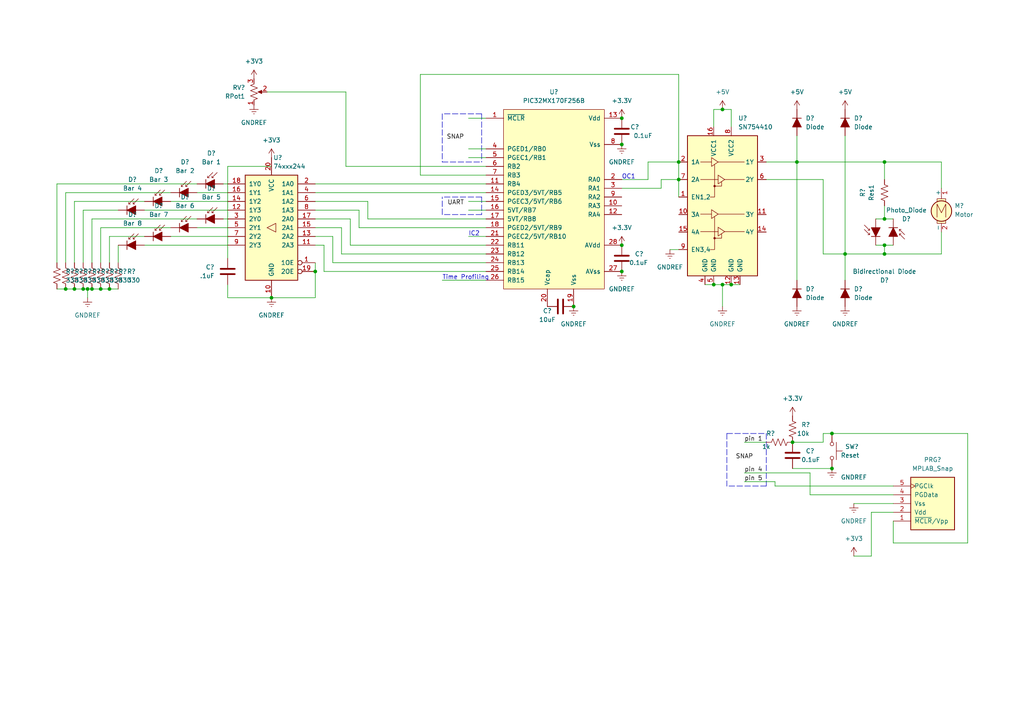
<source format=kicad_sch>
(kicad_sch (version 20211123) (generator eeschema)
  (paper "A4")
  (lib_symbols
    (symbol "218 spdl:Cap" (pin_numbers hide) (pin_names (offset 0.254))
      (property "Reference" "C" (at 0.635 2.54 0))
      (property "Value" "Cap" (at 0.635 -2.54 0))
      (symbol "Cap_0_1"
        (polyline (pts (xy -2.032 -0.762) (xy 2.032 -0.762)) (stroke (width 0.508)))
        (polyline (pts (xy -2.032 0.762) (xy 2.032 0.762)) (stroke (width 0.508)))
      )
      (symbol "Cap_1_1"
        (pin passive line (at 0 3.81 270) (length 2.794) (name "~") (number "1"))
        (pin passive line (at 0 -3.81 90) (length 2.794) (name "~") (number "2"))
      )
    )
    (symbol "218:74xxx244" (pin_names (offset 1.016))
      (property "Reference" "U" (at -7.62 16.51 0))
      (property "Value" "74xxx244" (at -7.62 -16.51 0))
      (symbol "74xxx244_1_0"
        (polyline (pts (xy 1.27 0) (xy -1.27 1.27) (xy -1.27 -1.27) (xy 1.27 0)) (stroke (width 0.1524)))
        (pin input inverted (at -12.7 -10.16 0) (length 5.08) (name "1OE") (number "1"))
        (pin power_in line (at 0 -20.32 90) (length 5.08) (name "GND") (number "10"))
        (pin input line (at -12.7 -5.08 0) (length 5.08) (name "2A3") (number "11"))
        (pin output line (at 12.7 5.08 180) (length 5.08) (name "1Y3") (number "12"))
        (pin input line (at -12.7 -2.54 0) (length 5.08) (name "2A2") (number "13"))
        (pin output line (at 12.7 7.62 180) (length 5.08) (name "1Y2") (number "14"))
        (pin input line (at -12.7 0 0) (length 5.08) (name "2A1") (number "15"))
        (pin output line (at 12.7 10.16 180) (length 5.08) (name "1Y1") (number "16"))
        (pin input line (at -12.7 2.54 0) (length 5.08) (name "2A0") (number "17"))
        (pin output line (at 12.7 12.7 180) (length 5.08) (name "1Y0") (number "18"))
        (pin input inverted (at -12.7 -12.7 0) (length 5.08) (name "2OE") (number "19"))
        (pin input line (at -12.7 12.7 0) (length 5.08) (name "1A0") (number "2"))
        (pin power_in line (at 0 20.32 270) (length 5.08) (name "VCC") (number "20"))
        (pin output line (at 12.7 2.54 180) (length 5.08) (name "2Y0") (number "3"))
        (pin input line (at -12.7 10.16 0) (length 5.08) (name "1A1") (number "4"))
        (pin output line (at 12.7 0 180) (length 5.08) (name "2Y1") (number "5"))
        (pin input line (at -12.7 7.62 0) (length 5.08) (name "1A2") (number "6"))
        (pin output line (at 12.7 -2.54 180) (length 5.08) (name "2Y2") (number "7"))
        (pin input line (at -12.7 5.08 0) (length 5.08) (name "1A3") (number "8"))
        (pin output line (at 12.7 -5.08 180) (length 5.08) (name "2Y3") (number "9"))
      )
      (symbol "74xxx244_1_1"
        (rectangle (start -7.62 15.24) (end 7.62 -15.24) (stroke (width 0.254)) (fill (type background)))
      )
    )
    (symbol "218:Diode" (pin_numbers hide) (pin_names (offset 1.016) hide)
      (property "Reference" "D" (at 0 2.54 0))
      (property "Value" "Diode" (at 0 -2.54 0))
      (symbol "Diode_0_1"
        (polyline (pts (xy -1.27 1.27) (xy -1.27 -1.27)) (stroke (width 0.2032)))
        (polyline (pts (xy 1.27 0) (xy -1.27 0)))
        (polyline (pts (xy 1.27 1.27) (xy 1.27 -1.27) (xy -1.27 0) (xy 1.27 1.27)) (stroke (width 0.2032)) (fill (type outline)))
      )
      (symbol "Diode_1_1"
        (pin passive line (at -3.81 0 0) (length 2.54) (name "K") (number "1"))
        (pin passive line (at 3.81 0 180) (length 2.54) (name "A") (number "2"))
      )
    )
    (symbol "218:Motor" (pin_names (offset 0))
      (property "Reference" "M" (at 2.54 2.54 0))
      (property "Value" "Motor" (at 2.54 -5.08 0))
      (symbol "Motor_0_0"
        (circle (center 0 -1.524) (radius 2.9718) (stroke (width 0.254)) (fill (type background)))
        (polyline (pts (xy -1.27 -4.318) (xy -1.27 -5.08) (xy 1.27 -5.08) (xy 1.27 -4.318)) (fill (type background)))
        (polyline (pts (xy -1.27 1.27) (xy -1.27 2.032) (xy 1.27 2.032) (xy 1.27 1.27)) (fill (type background)))
        (polyline (pts (xy -1.27 -3.302) (xy -1.27 0.508) (xy 0 -2.032) (xy 1.27 0.508) (xy 1.27 -3.302)))
      )
      (symbol "Motor_0_1"
        (polyline (pts (xy 0 2.032) (xy 0 2.54)))
      )
      (symbol "Motor_1_1"
        (pin passive line (at 0 5.08 270) (length 2.54) (name "+") (number "1"))
        (pin passive line (at 0 -7.62 90) (length 2.54) (name "-") (number "2"))
      )
    )
    (symbol "218:Res1" (pin_numbers hide) (pin_names (offset 0))
      (property "Reference" "R" (at 2.54 0 90))
      (property "Value" "Res1" (at -2.54 0 90))
      (symbol "Res1_0_1"
        (polyline (pts (xy 0 -2.286) (xy 0 -2.54)))
        (polyline (pts (xy 0 2.286) (xy 0 2.54)))
        (polyline (pts (xy 0 -0.762) (xy 1.016 -1.143) (xy 0 -1.524) (xy -1.016 -1.905) (xy 0 -2.286)))
        (polyline (pts (xy 0 0.762) (xy 1.016 0.381) (xy 0 0) (xy -1.016 -0.381) (xy 0 -0.762)))
        (polyline (pts (xy 0 2.286) (xy 1.016 1.905) (xy 0 1.524) (xy -1.016 1.143) (xy 0 0.762)))
      )
      (symbol "Res1_1_1"
        (pin passive line (at 0 3.81 270) (length 1.27) (name "~") (number "1"))
        (pin passive line (at 0 -3.81 90) (length 1.27) (name "~") (number "2"))
      )
    )
    (symbol "ME218_BaseLib:Cap" (pin_numbers hide) (pin_names (offset 0.254))
      (property "Reference" "C" (at 0.635 2.54 0))
      (property "Value" "Cap" (at 0.635 -2.54 0))
      (symbol "Cap_0_1"
        (polyline (pts (xy -2.032 -0.762) (xy 2.032 -0.762)) (stroke (width 0.508)))
        (polyline (pts (xy -2.032 0.762) (xy 2.032 0.762)) (stroke (width 0.508)))
      )
      (symbol "Cap_1_1"
        (pin passive line (at 0 3.81 270) (length 2.794) (name "~") (number "1"))
        (pin passive line (at 0 -3.81 90) (length 2.794) (name "~") (number "2"))
      )
    )
    (symbol "ME218_BaseLib:L293NE" (pin_names (offset 1.016))
      (property "Reference" "U" (at -5.08 26.035 0))
      (property "Value" "L293NE" (at -5.08 24.13 0))
      (symbol "L293NE_0_1"
        (rectangle (start -10.16 22.86) (end 10.16 -17.78) (stroke (width 0.254)) (fill (type background)))
        (circle (center -2.286 -6.858) (radius 0.254) (fill (type outline)))
        (circle (center -2.286 8.255) (radius 0.254) (fill (type outline)))
        (polyline (pts (xy -6.35 -4.953) (xy -1.27 -4.953)))
        (polyline (pts (xy -6.35 0.127) (xy -3.175 0.127)))
        (polyline (pts (xy -6.35 10.16) (xy -1.27 10.16)))
        (polyline (pts (xy -6.35 15.24) (xy -3.175 15.24)))
        (polyline (pts (xy -1.27 0.127) (xy 6.35 0.127)))
        (polyline (pts (xy -1.27 15.24) (xy 6.35 15.24)))
        (polyline (pts (xy 0.635 -4.953) (xy 6.35 -4.953)))
        (polyline (pts (xy 0.635 10.16) (xy 6.35 10.16)))
        (polyline (pts (xy -2.286 -6.858) (xy -0.254 -6.858) (xy -0.254 -5.588)))
        (polyline (pts (xy -2.286 -0.635) (xy -2.286 -10.16) (xy -3.556 -10.16)))
        (polyline (pts (xy -2.286 8.255) (xy -0.254 8.255) (xy -0.254 9.525)))
        (polyline (pts (xy -2.286 14.478) (xy -2.286 5.08) (xy -3.556 5.08)))
        (polyline (pts (xy -3.175 1.397) (xy -3.175 -1.143) (xy -1.27 0.127) (xy -3.175 1.397)))
        (polyline (pts (xy -3.175 16.51) (xy -3.175 13.97) (xy -1.27 15.24) (xy -3.175 16.51)))
        (polyline (pts (xy -1.27 -3.683) (xy -1.27 -6.223) (xy 0.635 -4.953) (xy -1.27 -3.683)))
        (polyline (pts (xy -1.27 11.43) (xy -1.27 8.89) (xy 0.635 10.16) (xy -1.27 11.43)))
      )
      (symbol "L293NE_1_1"
        (pin input line (at -12.7 5.08 0) (length 2.54) (name "EN1,2") (number "1"))
        (pin input line (at -12.7 0 0) (length 2.54) (name "3A") (number "10"))
        (pin output line (at 12.7 0 180) (length 2.54) (name "3Y") (number "11"))
        (pin power_in line (at 2.54 -20.32 90) (length 2.54) (name "GND") (number "12"))
        (pin power_in line (at 5.08 -20.32 90) (length 2.54) (name "GND") (number "13"))
        (pin output line (at 12.7 -5.08 180) (length 2.54) (name "4Y") (number "14"))
        (pin input line (at -12.7 -5.08 0) (length 2.54) (name "4A") (number "15"))
        (pin power_in line (at -2.54 25.4 270) (length 2.54) (name "VCC1") (number "16"))
        (pin input line (at -12.7 15.24 0) (length 2.54) (name "1A") (number "2"))
        (pin output line (at 12.7 15.24 180) (length 2.54) (name "1Y") (number "3"))
        (pin power_in line (at -5.08 -20.32 90) (length 2.54) (name "GND") (number "4"))
        (pin power_in line (at -2.54 -20.32 90) (length 2.54) (name "GND") (number "5"))
        (pin output line (at 12.7 10.16 180) (length 2.54) (name "2Y") (number "6"))
        (pin input line (at -12.7 10.16 0) (length 2.54) (name "2A") (number "7"))
        (pin power_in line (at 2.54 25.4 270) (length 2.54) (name "VCC2") (number "8"))
        (pin input line (at -12.7 -10.16 0) (length 2.54) (name "EN3,4") (number "9"))
      )
    )
    (symbol "ME218_BaseLib:MPLAB_Snap" (pin_names (offset 1.016))
      (property "Reference" "PRG" (at 0 8.89 0))
      (property "Value" "MPLAB_Snap" (at 8.89 1.27 90))
      (symbol "MPLAB_Snap_0_1"
        (rectangle (start -6.35 7.62) (end 6.35 -7.62) (stroke (width 0.254)) (fill (type background)))
      )
      (symbol "MPLAB_Snap_1_1"
        (pin output line (at -11.43 5.08 0) (length 5.08) (name "~{MCLR}/Vpp") (number "1"))
        (pin input line (at -11.43 2.54 0) (length 5.08) (name "Vdd") (number "2"))
        (pin input line (at -11.43 0 0) (length 5.08) (name "Vss") (number "3"))
        (pin bidirectional line (at -11.43 -2.54 0) (length 5.08) (name "PGData") (number "4"))
        (pin output clock (at -11.43 -5.08 0) (length 5.08) (name "PGClk") (number "5"))
        (pin no_connect line (at -2.54 -11.43 0) (length 5.08) hide (name "NC") (number "6"))
        (pin no_connect line (at -2.54 -13.97 0) (length 5.08) hide (name "NC") (number "7"))
        (pin no_connect line (at -2.54 -16.51 0) (length 5.08) hide (name "NC") (number "8"))
      )
    )
    (symbol "ME218_BaseLib:PIC32MX170F256B" (pin_names (offset 1.016))
      (property "Reference" "U" (at -20.32 25.4 0))
      (property "Value" "PIC32MX170F256B" (at -7.62 25.4 0))
      (symbol "PIC32MX170F256B_0_1"
        (rectangle (start -21.59 24.13) (end 7.62 -27.94) (fill (type background)))
      )
      (symbol "PIC32MX170F256B_1_1"
        (pin input line (at 12.7 21.59 180) (length 5.08) (name "~{MCLR}") (number "1"))
        (pin bidirectional line (at -26.67 -3.81 0) (length 5.08) (name "RA3") (number "10"))
        (pin bidirectional line (at 12.7 2.54 180) (length 5.08) (name "RB4") (number "11"))
        (pin bidirectional line (at -26.67 -6.35 0) (length 5.08) (name "RA4") (number "12"))
        (pin power_in line (at -26.67 21.59 0) (length 5.08) (name "Vdd") (number "13"))
        (pin bidirectional line (at 12.7 0 180) (length 5.08) (name "PGED3/5VT/RB5") (number "14"))
        (pin bidirectional line (at 12.7 -2.54 180) (length 5.08) (name "PGEC3/5VT/RB6") (number "15"))
        (pin bidirectional line (at 12.7 -5.08 180) (length 5.08) (name "5VT/RB7") (number "16"))
        (pin bidirectional line (at 12.7 -7.62 180) (length 5.08) (name "5VT/RB8") (number "17"))
        (pin bidirectional line (at 12.7 -10.16 180) (length 5.08) (name "PGED2/5VT/RB9") (number "18"))
        (pin power_in line (at -12.7 -33.02 90) (length 5.08) (name "Vss") (number "19"))
        (pin bidirectional line (at -26.67 3.81 0) (length 5.08) (name "RA0") (number "2"))
        (pin input line (at -5.08 -33.02 90) (length 5.08) (name "Vcap") (number "20"))
        (pin bidirectional line (at 12.7 -12.7 180) (length 5.08) (name "PGEC2/5VT/RB10") (number "21"))
        (pin bidirectional line (at 12.7 -15.24 180) (length 5.08) (name "RB11") (number "22"))
        (pin bidirectional line (at 12.7 -17.78 180) (length 5.08) (name "RB12") (number "23"))
        (pin bidirectional line (at 12.7 -20.32 180) (length 5.08) (name "RB13") (number "24"))
        (pin bidirectional line (at 12.7 -22.86 180) (length 5.08) (name "RB14") (number "25"))
        (pin bidirectional line (at 12.7 -25.4 180) (length 5.08) (name "RB15") (number "26"))
        (pin power_in line (at -26.67 -22.86 0) (length 5.08) (name "AVss") (number "27"))
        (pin power_in line (at -26.67 -15.24 0) (length 5.08) (name "AVdd") (number "28"))
        (pin bidirectional line (at -26.67 1.27 0) (length 5.08) (name "RA1") (number "3"))
        (pin bidirectional line (at 12.7 12.7 180) (length 5.08) (name "PGED1/RB0") (number "4"))
        (pin bidirectional line (at 12.7 10.16 180) (length 5.08) (name "PGEC1/RB1") (number "5"))
        (pin bidirectional line (at 12.7 7.62 180) (length 5.08) (name "RB2") (number "6"))
        (pin bidirectional line (at 12.7 5.08 180) (length 5.08) (name "RB3") (number "7"))
        (pin power_in line (at -26.67 13.97 0) (length 5.08) (name "Vss") (number "8"))
        (pin bidirectional line (at -26.67 -1.27 0) (length 5.08) (name "RA2") (number "9"))
      )
    )
    (symbol "ME218_BaseLib:Photo_Diode" (pin_numbers hide) (pin_names hide)
      (property "Reference" "D" (at 0.508 1.778 0))
      (property "Value" "Photo_Diode" (at -1.016 -2.794 0))
      (symbol "Photo_Diode_0_1"
        (polyline (pts (xy -2.54 1.27) (xy -2.54 -1.27)) (stroke (width 0.2032)))
        (polyline (pts (xy -2.032 1.778) (xy -1.524 1.778)))
        (polyline (pts (xy 0 0) (xy -2.54 0)))
        (polyline (pts (xy -0.508 3.302) (xy -2.032 1.778) (xy -2.032 2.286)))
        (polyline (pts (xy 0 -1.27) (xy 0 1.27) (xy -2.54 0) (xy 0 -1.27)) (stroke (width 0.2032)) (fill (type outline)))
        (polyline (pts (xy 0.762 3.302) (xy -0.762 1.778) (xy -0.762 2.286) (xy -0.762 1.778) (xy -0.254 1.778)))
      )
      (symbol "Photo_Diode_1_1"
        (pin passive line (at -5.08 0 0) (length 2.54) (name "K") (number "1"))
        (pin passive line (at 2.54 0 180) (length 2.54) (name "A") (number "2"))
      )
    )
    (symbol "ME218_BaseLib:RPot1" (pin_names (offset 1.016) hide)
      (property "Reference" "RV" (at -4.445 0 90))
      (property "Value" "RPot1" (at -2.54 0 90))
      (symbol "RPot1_0_1"
        (polyline (pts (xy 0 -2.286) (xy 0 -2.54)))
        (polyline (pts (xy 0 2.54) (xy 0 2.286)))
        (polyline (pts (xy 2.54 0) (xy 1.524 0)))
        (polyline (pts (xy 1.143 0) (xy 2.286 0.508) (xy 2.286 -0.508) (xy 1.143 0)) (fill (type outline)))
        (polyline (pts (xy 0 -0.762) (xy 1.016 -1.143) (xy 0 -1.524) (xy -1.016 -1.905) (xy 0 -2.286)))
        (polyline (pts (xy 0 0.762) (xy 1.016 0.381) (xy 0 0) (xy -1.016 -0.381) (xy 0 -0.762)))
        (polyline (pts (xy 0 2.286) (xy 1.016 1.905) (xy 0 1.524) (xy -1.016 1.143) (xy 0 0.762)))
      )
      (symbol "RPot1_1_1"
        (pin passive line (at 0 3.81 270) (length 1.27) (name "1") (number "1"))
        (pin passive line (at 3.81 0 180) (length 1.27) (name "2") (number "2"))
        (pin passive line (at 0 -3.81 90) (length 1.27) (name "3") (number "3"))
      )
    )
    (symbol "ME218_BaseLib:Res1" (pin_numbers hide) (pin_names (offset 0))
      (property "Reference" "R" (at 2.54 0 90))
      (property "Value" "Res1" (at -2.54 0 90))
      (symbol "Res1_0_1"
        (polyline (pts (xy 0 -2.286) (xy 0 -2.54)))
        (polyline (pts (xy 0 2.286) (xy 0 2.54)))
        (polyline (pts (xy 0 -0.762) (xy 1.016 -1.143) (xy 0 -1.524) (xy -1.016 -1.905) (xy 0 -2.286)))
        (polyline (pts (xy 0 0.762) (xy 1.016 0.381) (xy 0 0) (xy -1.016 -0.381) (xy 0 -0.762)))
        (polyline (pts (xy 0 2.286) (xy 1.016 1.905) (xy 0 1.524) (xy -1.016 1.143) (xy 0 0.762)))
      )
      (symbol "Res1_1_1"
        (pin passive line (at 0 3.81 270) (length 1.27) (name "~") (number "1"))
        (pin passive line (at 0 -3.81 90) (length 1.27) (name "~") (number "2"))
      )
    )
    (symbol "ME218_BaseLib:SW-PB" (pin_numbers hide) (pin_names (offset 1.016) hide)
      (property "Reference" "SW" (at 1.27 2.54 0))
      (property "Value" "SW-PB" (at 0 -1.524 0))
      (symbol "SW-PB_0_1"
        (circle (center -2.032 0) (radius 0.508))
        (polyline (pts (xy 0 1.27) (xy 0 3.048)))
        (polyline (pts (xy 2.54 1.27) (xy -2.54 1.27)))
        (circle (center 2.032 0) (radius 0.508))
        (pin passive line (at -5.08 0 0) (length 2.54) (name "1") (number "1"))
        (pin passive line (at 5.08 0 180) (length 2.54) (name "2") (number "2"))
      )
    )
    (symbol "power:+3.3V" (power) (pin_names (offset 0))
      (property "Value" "+3.3V" (at 0 3.556 0))
      (symbol "+3.3V_0_1"
        (polyline (pts (xy -0.762 1.27) (xy 0 2.54)))
        (polyline (pts (xy 0 0) (xy 0 2.54)))
        (polyline (pts (xy 0 2.54) (xy 0.762 1.27)))
      )
      (symbol "+3.3V_1_1"
        (pin power_in line (at 0 0 90) (length 0) hide (name "+3.3V") (number "1"))
      )
    )
    (symbol "power:+3V3" (power) (pin_names (offset 0))
      (property "Value" "+3V3" (at 0 3.556 0))
      (symbol "+3V3_0_1"
        (polyline (pts (xy -0.762 1.27) (xy 0 2.54)))
        (polyline (pts (xy 0 0) (xy 0 2.54)))
        (polyline (pts (xy 0 2.54) (xy 0.762 1.27)))
      )
      (symbol "+3V3_1_1"
        (pin power_in line (at 0 0 90) (length 0) hide (name "+3V3") (number "1"))
      )
    )
    (symbol "power:+5V" (power) (pin_names (offset 0))
      (property "Value" "+5V" (at 0 3.556 0))
      (symbol "+5V_0_1"
        (polyline (pts (xy -0.762 1.27) (xy 0 2.54)))
        (polyline (pts (xy 0 0) (xy 0 2.54)))
        (polyline (pts (xy 0 2.54) (xy 0.762 1.27)))
      )
      (symbol "+5V_1_1"
        (pin power_in line (at 0 0 90) (length 0) hide (name "+5V") (number "1"))
      )
    )
    (symbol "power:GNDREF" (power) (pin_names (offset 0))
      (property "Value" "GNDREF" (at 0 -3.81 0))
      (symbol "GNDREF_0_1"
        (polyline (pts (xy -0.635 -1.905) (xy 0.635 -1.905)))
        (polyline (pts (xy -0.127 -2.54) (xy 0.127 -2.54)))
        (polyline (pts (xy 0 -1.27) (xy 0 0)))
        (polyline (pts (xy 1.27 -1.27) (xy -1.27 -1.27)))
      )
      (symbol "GNDREF_1_1"
        (pin power_in line (at 0 0 270) (length 0) hide (name "GNDREF") (number "1"))
      )
    )
  )
  (junction (at 256.54 71.12))
  (junction (at 212.09 82.55))
  (junction (at 229.87 128.27))
  (junction (at 91.44 78.74))
  (junction (at 241.3 135.89))
  (junction (at 21.59 83.82))
  (junction (at 180.34 78.74))
  (junction (at 231.14 46.99))
  (junction (at 207.01 82.55))
  (junction (at 209.55 31.75))
  (junction (at 19.05 83.82))
  (junction (at 180.34 41.91))
  (junction (at 256.54 46.99))
  (junction (at 24.13 83.82))
  (junction (at 241.3 125.73))
  (junction (at 29.21 83.82))
  (junction (at 26.67 83.82))
  (junction (at 180.34 71.12))
  (junction (at 245.11 73.66))
  (junction (at 25.4 83.82))
  (junction (at 31.75 83.82))
  (junction (at 196.85 52.07))
  (junction (at 180.34 34.29))
  (junction (at 256.54 63.5))
  (junction (at 78.74 86.36))
  (junction (at 196.85 46.99))
  (junction (at 166.37 88.9))
  (junction (at 209.55 82.55))
  (junction (at 256.54 73.66))
  (wire (pts (xy 31.75 83.82) (xy 34.29 83.82)))
  (wire (pts (xy 104.14 60.96) (xy 91.44 60.96)))
  (wire (pts (xy 19.05 55.88) (xy 19.05 76.2)))
  (wire (pts (xy 204.47 82.55) (xy 207.01 82.55)))
  (wire (pts (xy 238.76 128.27) (xy 229.87 128.27)))
  (wire (pts (xy 91.44 76.2) (xy 91.44 78.74)))
  (wire (pts (xy 24.13 60.96) (xy 24.13 76.2)))
  (wire (pts (xy 41.91 58.42) (xy 21.59 58.42)))
  (wire (pts (xy 34.29 71.12) (xy 34.29 76.2)))
  (polyline (pts (xy 222.25 125.73) (xy 222.25 140.97)))
  (wire (pts (xy 259.08 143.51) (xy 234.95 143.51)))
  (wire (pts (xy 231.14 39.37) (xy 231.14 46.99)))
  (wire (pts (xy 140.97 73.66) (xy 99.06 73.66)))
  (wire (pts (xy 247.65 146.05) (xy 259.08 146.05)))
  (wire (pts (xy 99.06 73.66) (xy 99.06 66.04)))
  (wire (pts (xy 256.54 52.07) (xy 256.54 46.99)))
  (wire (pts (xy 29.21 83.82) (xy 31.75 83.82)))
  (wire (pts (xy 231.14 46.99) (xy 256.54 46.99)))
  (wire (pts (xy 254 71.12) (xy 256.54 71.12)))
  (wire (pts (xy 140.97 45.72) (xy 135.89 45.72)))
  (polyline (pts (xy 139.7 33.02) (xy 139.7 46.99)))
  (polyline (pts (xy 139.7 57.15) (xy 139.7 62.23)))
  (wire (pts (xy 29.21 66.04) (xy 29.21 76.2)))
  (wire (pts (xy 222.25 52.07) (xy 238.76 52.07)))
  (polyline (pts (xy 210.82 125.73) (xy 222.25 125.73)))
  (wire (pts (xy 57.15 66.04) (xy 66.04 66.04)))
  (wire (pts (xy 49.53 55.88) (xy 19.05 55.88)))
  (wire (pts (xy 121.92 21.59) (xy 196.85 21.59)))
  (wire (pts (xy 280.67 125.73) (xy 280.67 157.48)))
  (wire (pts (xy 238.76 73.66) (xy 245.11 73.66)))
  (wire (pts (xy 135.89 68.58) (xy 140.97 68.58)))
  (wire (pts (xy 101.6 63.5) (xy 91.44 63.5)))
  (wire (pts (xy 140.97 71.12) (xy 101.6 71.12)))
  (wire (pts (xy 207.01 82.55) (xy 209.55 82.55)))
  (wire (pts (xy 140.97 76.2) (xy 96.52 76.2)))
  (polyline (pts (xy 139.7 62.23) (xy 128.27 62.23)))
  (wire (pts (xy 16.51 53.34) (xy 16.51 76.2)))
  (wire (pts (xy 252.73 161.29) (xy 247.65 161.29)))
  (wire (pts (xy 273.05 46.99) (xy 256.54 46.99)))
  (wire (pts (xy 140.97 60.96) (xy 135.89 60.96)))
  (wire (pts (xy 280.67 125.73) (xy 241.3 125.73)))
  (wire (pts (xy 26.67 63.5) (xy 26.67 76.2)))
  (wire (pts (xy 31.75 68.58) (xy 31.75 76.2)))
  (wire (pts (xy 64.77 63.5) (xy 66.04 63.5)))
  (wire (pts (xy 140.97 58.42) (xy 135.89 58.42)))
  (wire (pts (xy 99.06 66.04) (xy 91.44 66.04)))
  (wire (pts (xy 238.76 125.73) (xy 241.3 125.73)))
  (wire (pts (xy 224.79 140.97) (xy 224.79 139.7)))
  (wire (pts (xy 187.96 46.99) (xy 196.85 46.99)))
  (wire (pts (xy 256.54 73.66) (xy 256.54 71.12)))
  (wire (pts (xy 57.15 55.88) (xy 66.04 55.88)))
  (wire (pts (xy 256.54 63.5) (xy 256.54 59.69)))
  (wire (pts (xy 21.59 83.82) (xy 24.13 83.82)))
  (wire (pts (xy 254 63.5) (xy 256.54 63.5)))
  (wire (pts (xy 194.31 72.39) (xy 196.85 72.39)))
  (wire (pts (xy 245.11 39.37) (xy 245.11 73.66)))
  (wire (pts (xy 259.08 157.48) (xy 280.67 157.48)))
  (wire (pts (xy 238.76 128.27) (xy 238.76 125.73)))
  (wire (pts (xy 57.15 53.34) (xy 16.51 53.34)))
  (wire (pts (xy 196.85 46.99) (xy 196.85 52.07)))
  (wire (pts (xy 140.97 34.29) (xy 135.89 34.29)))
  (wire (pts (xy 245.11 73.66) (xy 245.11 81.28)))
  (wire (pts (xy 66.04 48.26) (xy 66.04 74.93)))
  (wire (pts (xy 140.97 66.04) (xy 104.14 66.04)))
  (wire (pts (xy 212.09 36.83) (xy 212.09 31.75)))
  (wire (pts (xy 212.09 82.55) (xy 214.63 82.55)))
  (wire (pts (xy 41.91 68.58) (xy 31.75 68.58)))
  (wire (pts (xy 191.77 52.07) (xy 196.85 52.07)))
  (wire (pts (xy 66.04 82.55) (xy 66.04 86.36)))
  (wire (pts (xy 187.96 52.07) (xy 187.96 46.99)))
  (wire (pts (xy 49.53 68.58) (xy 66.04 68.58)))
  (wire (pts (xy 34.29 60.96) (xy 24.13 60.96)))
  (wire (pts (xy 222.25 46.99) (xy 231.14 46.99)))
  (wire (pts (xy 180.34 52.07) (xy 187.96 52.07)))
  (polyline (pts (xy 222.25 140.97) (xy 210.82 140.97)))
  (wire (pts (xy 215.9 137.16) (xy 234.95 137.16)))
  (wire (pts (xy 41.91 71.12) (xy 66.04 71.12)))
  (polyline (pts (xy 128.27 62.23) (xy 128.27 57.15)))
  (wire (pts (xy 25.4 86.36) (xy 25.4 83.82)))
  (wire (pts (xy 180.34 54.61) (xy 191.77 54.61)))
  (wire (pts (xy 64.77 53.34) (xy 66.04 53.34)))
  (polyline (pts (xy 139.7 57.15) (xy 128.27 57.15)))
  (wire (pts (xy 229.87 135.89) (xy 241.3 135.89)))
  (wire (pts (xy 91.44 86.36) (xy 78.74 86.36)))
  (wire (pts (xy 66.04 86.36) (xy 78.74 86.36)))
  (wire (pts (xy 78.74 48.26) (xy 66.04 48.26)))
  (wire (pts (xy 57.15 63.5) (xy 26.67 63.5)))
  (wire (pts (xy 256.54 71.12) (xy 259.08 71.12)))
  (wire (pts (xy 212.09 31.75) (xy 209.55 31.75)))
  (wire (pts (xy 49.53 58.42) (xy 66.04 58.42)))
  (wire (pts (xy 140.97 50.8) (xy 121.92 50.8)))
  (wire (pts (xy 93.98 78.74) (xy 93.98 71.12)))
  (wire (pts (xy 21.59 58.42) (xy 21.59 76.2)))
  (wire (pts (xy 91.44 55.88) (xy 140.97 55.88)))
  (wire (pts (xy 24.13 83.82) (xy 25.4 83.82)))
  (wire (pts (xy 207.01 31.75) (xy 209.55 31.75)))
  (wire (pts (xy 256.54 73.66) (xy 273.05 73.66)))
  (wire (pts (xy 16.51 83.82) (xy 19.05 83.82)))
  (wire (pts (xy 273.05 73.66) (xy 273.05 67.31)))
  (wire (pts (xy 25.4 83.82) (xy 26.67 83.82)))
  (wire (pts (xy 196.85 21.59) (xy 196.85 46.99)))
  (wire (pts (xy 121.92 50.8) (xy 121.92 21.59)))
  (wire (pts (xy 140.97 48.26) (xy 100.33 48.26)))
  (wire (pts (xy 196.85 52.07) (xy 196.85 57.15)))
  (wire (pts (xy 91.44 53.34) (xy 140.97 53.34)))
  (wire (pts (xy 96.52 68.58) (xy 91.44 68.58)))
  (wire (pts (xy 259.08 140.97) (xy 224.79 140.97)))
  (wire (pts (xy 140.97 43.18) (xy 135.89 43.18)))
  (wire (pts (xy 259.08 151.13) (xy 259.08 157.48)))
  (wire (pts (xy 140.97 78.74) (xy 93.98 78.74)))
  (wire (pts (xy 215.9 128.27) (xy 222.25 128.27)))
  (wire (pts (xy 19.05 83.82) (xy 21.59 83.82)))
  (wire (pts (xy 256.54 63.5) (xy 259.08 63.5)))
  (wire (pts (xy 231.14 46.99) (xy 231.14 81.28)))
  (wire (pts (xy 93.98 71.12) (xy 91.44 71.12)))
  (polyline (pts (xy 128.27 33.02) (xy 128.27 46.99)))
  (wire (pts (xy 191.77 54.61) (xy 191.77 52.07)))
  (wire (pts (xy 104.14 66.04) (xy 104.14 60.96)))
  (wire (pts (xy 26.67 83.82) (xy 29.21 83.82)))
  (wire (pts (xy 101.6 71.12) (xy 101.6 63.5)))
  (wire (pts (xy 273.05 54.61) (xy 273.05 46.99)))
  (wire (pts (xy 238.76 52.07) (xy 238.76 73.66)))
  (wire (pts (xy 106.68 58.42) (xy 91.44 58.42)))
  (wire (pts (xy 41.91 60.96) (xy 66.04 60.96)))
  (wire (pts (xy 215.9 139.7) (xy 224.79 139.7)))
  (wire (pts (xy 100.33 26.67) (xy 77.47 26.67)))
  (wire (pts (xy 207.01 36.83) (xy 207.01 31.75)))
  (wire (pts (xy 234.95 143.51) (xy 234.95 137.16)))
  (wire (pts (xy 259.08 148.59) (xy 252.73 148.59)))
  (wire (pts (xy 96.52 76.2) (xy 96.52 68.58)))
  (polyline (pts (xy 210.82 125.73) (xy 210.82 140.97)))
  (wire (pts (xy 140.97 63.5) (xy 106.68 63.5)))
  (wire (pts (xy 106.68 63.5) (xy 106.68 58.42)))
  (wire (pts (xy 209.55 82.55) (xy 209.55 88.9)))
  (wire (pts (xy 91.44 78.74) (xy 91.44 86.36)))
  (wire (pts (xy 209.55 82.55) (xy 212.09 82.55)))
  (wire (pts (xy 49.53 66.04) (xy 29.21 66.04)))
  (polyline (pts (xy 128.27 46.99) (xy 139.7 46.99)))
  (wire (pts (xy 128.27 81.28) (xy 140.97 81.28)))
  (wire (pts (xy 245.11 73.66) (xy 256.54 73.66)))
  (wire (pts (xy 252.73 148.59) (xy 252.73 161.29)))
  (polyline (pts (xy 139.7 33.02) (xy 128.27 33.02)))
  (wire (pts (xy 100.33 48.26) (xy 100.33 26.67)))
  (text "IC2" (at 135.89 68.58 0) (effects (font (size 1.27 1.27)) (justify left bottom)))
  (text "Time Profiling" (at 128.27 81.28 0) (effects (font (size 1.27 1.27)) (justify left bottom)))
  (text "OC1" (at 180.34 52.07 0) (effects (font (size 1.27 1.27)) (justify left bottom)))
  (label "pin 4" (at 215.9 137.16 0))
  (label "UART" (at 134.62 59.69 180))
  (label "pin 1" (at 215.9 128.27 0))
  (label "pin 5" (at 215.9 139.7 0))
  (label "SNAP" (at 134.62 40.64 180))
  (label "SNAP" (at 213.36 133.35 0))
  (symbol (lib_id "218:Diode") (at 245.11 85.09 270) (unit 1)
    (property "Reference" "D?" (at 247.65 83.8199 90) (effects (justify left)))
    (property "Value" "Diode" (at 247.65 86.3599 90) (effects (justify left)))
  )
  (symbol (lib_id "power:+5V") (at 209.55 31.75 0) (unit 1)
    (property "Reference" "#PWR?" (effects hide))
    (property "Value" "+5V" (at 209.55 26.67 0))
  )
  (symbol (lib_id "ME218_BaseLib:Photo_Diode") (at 39.37 60.96 0) (unit 1)
    (property "Reference" "D?" (at 38.4302 52.07 0))
    (property "Value" "Bar 4" (at 38.4302 54.61 0))
  )
  (symbol (lib_id "ME218_BaseLib:Cap") (at 162.56 88.9 270) (mirror x) (unit 1)
    (property "Reference" "C?" (at 158.75 90.17 90))
    (property "Value" "10uF" (at 158.75 92.71 90))
  )
  (symbol (lib_id "218:Res1") (at 29.21 80.01 0) (unit 1)
    (property "Reference" "R?" (at 31.75 78.7399 0) (effects (justify left)))
    (property "Value" "330" (at 31.75 81.2799 0) (effects (justify left)))
  )
  (symbol (lib_id "ME218_BaseLib:Photo_Diode") (at 259.08 68.58 270) (unit 1)
    (property "Reference" "D?" (at 262.89 63.5 90))
    (property "Value" "Photo_Diode" (at 262.89 60.96 90))
  )
  (symbol (lib_id "power:+3.3V") (at 180.34 71.12 0) (mirror y) (unit 1)
    (property "Reference" "#PWR?" (effects hide))
    (property "Value" "+3.3V" (at 180.34 66.04 0))
  )
  (symbol (lib_id "power:+3V3") (at 247.65 161.29 0) (unit 1)
    (property "Reference" "#PWR?" (effects hide))
    (property "Value" "+3V3" (at 247.65 156.21 0))
  )
  (symbol (lib_id "218:Res1") (at 26.67 80.01 0) (unit 1)
    (property "Reference" "R?" (at 29.21 78.7399 0) (effects (justify left)))
    (property "Value" "330" (at 29.21 81.2799 0) (effects (justify left)))
  )
  (symbol (lib_id "ME218_BaseLib:RPot1") (at 73.66 26.67 0) (mirror x) (unit 1)
    (property "Reference" "RV?" (at 71.12 25.3999 0) (effects (justify right)))
    (property "Value" "RPot1" (at 71.12 27.9399 0) (effects (justify right)))
  )
  (symbol (lib_id "218:Diode") (at 245.11 35.56 270) (unit 1)
    (property "Reference" "D?" (at 247.65 34.2899 90) (effects (justify left)))
    (property "Value" "Diode" (at 247.65 36.8299 90) (effects (justify left)))
  )
  (symbol (lib_id "ME218_BaseLib:MPLAB_Snap") (at 270.51 146.05 0) (mirror x) (unit 1)
    (property "Reference" "PRG?" (at 270.51 133.35 0))
    (property "Value" "MPLAB_Snap" (at 270.51 135.89 0))
  )
  (symbol (lib_id "power:GNDREF") (at 241.3 135.89 0) (unit 1)
    (property "Reference" "#PWR?" (effects hide))
    (property "Value" "GNDREF" (at 247.65 138.43 0))
  )
  (symbol (lib_id "power:GNDREF") (at 209.55 88.9 0) (unit 1)
    (property "Reference" "#PWR?" (effects hide))
    (property "Value" "GNDREF" (at 209.55 93.98 0))
  )
  (symbol (lib_id "ME218_BaseLib:Res1") (at 226.06 128.27 90) (unit 1)
    (property "Reference" "R?" (at 223.52 125.73 90))
    (property "Value" "1k" (at 222.25 129.54 90))
  )
  (symbol (lib_id "ME218_BaseLib:Res1") (at 256.54 55.88 180) (unit 1)
    (property "Reference" "R?" (at 250.19 55.88 90))
    (property "Value" "Res1" (at 252.73 55.88 90))
  )
  (symbol (lib_id "218:Res1") (at 19.05 80.01 0) (unit 1)
    (property "Reference" "R?" (at 21.59 78.7399 0) (effects (justify left)))
    (property "Value" "330" (at 21.59 81.2799 0) (effects (justify left)))
  )
  (symbol (lib_id "218:Res1") (at 31.75 80.01 0) (unit 1)
    (property "Reference" "R?" (at 34.29 78.7399 0) (effects (justify left)))
    (property "Value" "330" (at 34.29 81.2799 0) (effects (justify left)))
  )
  (symbol (lib_id "power:GNDREF") (at 180.34 41.91 0) (mirror y) (unit 1)
    (property "Reference" "#PWR?" (effects hide))
    (property "Value" "GNDREF" (at 180.34 46.99 0))
  )
  (symbol (lib_id "218:Diode") (at 231.14 35.56 270) (unit 1)
    (property "Reference" "D?" (at 233.68 34.2899 90) (effects (justify left)))
    (property "Value" "Diode" (at 233.68 36.8299 90) (effects (justify left)))
  )
  (symbol (lib_id "ME218_BaseLib:Photo_Diode") (at 46.99 58.42 0) (unit 1)
    (property "Reference" "D?" (at 46.0502 49.53 0))
    (property "Value" "Bar 3" (at 46.0502 52.07 0))
  )
  (symbol (lib_id "power:+3.3V") (at 229.87 120.65 0) (unit 1)
    (property "Reference" "#PWR?" (effects hide))
    (property "Value" "+3.3V" (at 229.87 115.57 0))
  )
  (symbol (lib_id "ME218_BaseLib:Cap") (at 180.34 74.93 0) (mirror y) (unit 1)
    (property "Reference" "C?" (at 186.69 73.66 0) (effects (justify left)))
    (property "Value" "0.1uF" (at 187.96 76.2 0) (effects (justify left)))
  )
  (symbol (lib_id "ME218_BaseLib:Photo_Diode") (at 54.61 55.88 0) (unit 1)
    (property "Reference" "D?" (at 53.6702 46.99 0))
    (property "Value" "Bar 2" (at 53.6702 49.53 0))
  )
  (symbol (lib_id "power:GNDREF") (at 247.65 146.05 0) (unit 1)
    (property "Reference" "#PWR?" (effects hide))
    (property "Value" "GNDREF" (at 247.65 151.13 0))
  )
  (symbol (lib_id "power:GNDREF") (at 245.11 88.9 0) (unit 1)
    (property "Reference" "#PWR?" (effects hide))
    (property "Value" "GNDREF" (at 245.11 93.98 0))
  )
  (symbol (lib_id "ME218_BaseLib:PIC32MX170F256B") (at 153.67 55.88 0) (mirror y) (unit 1)
    (property "Reference" "U?" (at 160.655 26.67 0))
    (property "Value" "PIC32MX170F256B" (at 160.655 29.21 0))
  )
  (symbol (lib_id "power:+3V3") (at 73.66 22.86 0) (mirror y) (unit 1)
    (property "Reference" "#PWR?" (effects hide))
    (property "Value" "+3V3" (at 73.66 17.78 0))
  )
  (symbol (lib_id "ME218_BaseLib:Photo_Diode") (at 46.99 68.58 0) (unit 1)
    (property "Reference" "D?" (at 46.0502 59.69 0))
    (property "Value" "Bar 7" (at 46.0502 62.23 0))
  )
  (symbol (lib_id "power:GNDREF") (at 73.66 30.48 0) (mirror y) (unit 1)
    (property "Reference" "#PWR?" (effects hide))
    (property "Value" "GNDREF" (at 73.66 35.56 0))
  )
  (symbol (lib_id "ME218_BaseLib:Photo_Diode") (at 62.23 63.5 0) (unit 1)
    (property "Reference" "D?" (at 61.2902 54.61 0))
    (property "Value" "Bar 5" (at 61.2902 57.15 0))
  )
  (symbol (lib_id "218:Res1") (at 24.13 80.01 0) (unit 1)
    (property "Reference" "R?" (at 26.67 78.7399 0) (effects (justify left)))
    (property "Value" "330" (at 26.67 81.2799 0) (effects (justify left)))
  )
  (symbol (lib_id "power:GNDREF") (at 231.14 88.9 0) (unit 1)
    (property "Reference" "#PWR?" (effects hide))
    (property "Value" "GNDREF" (at 231.14 93.98 0))
  )
  (symbol (lib_id "power:+5V") (at 245.11 31.75 0) (unit 1)
    (property "Reference" "#PWR?" (effects hide))
    (property "Value" "+5V" (at 245.11 26.67 0))
  )
  (symbol (lib_id "218:Diode") (at 231.14 85.09 270) (unit 1)
    (property "Reference" "D?" (at 233.68 83.8199 90) (effects (justify left)))
    (property "Value" "Diode" (at 233.68 86.3599 90) (effects (justify left)))
  )
  (symbol (lib_id "power:GNDREF") (at 78.74 86.36 0) (unit 1)
    (property "Reference" "#PWR?" (effects hide))
    (property "Value" "GNDREF" (at 78.74 91.44 0))
  )
  (symbol (lib_id "218:Res1") (at 34.29 80.01 0) (unit 1)
    (property "Reference" "R?" (at 36.83 78.7399 0) (effects (justify left)))
    (property "Value" "330" (at 36.83 81.2799 0) (effects (justify left)))
  )
  (symbol (lib_id "power:GNDREF") (at 25.4 86.36 0) (unit 1)
    (property "Reference" "#PWR?" (effects hide))
    (property "Value" "GNDREF" (at 25.4 91.44 0))
  )
  (symbol (lib_id "power:+5V") (at 231.14 31.75 0) (unit 1)
    (property "Reference" "#PWR?" (effects hide))
    (property "Value" "+5V" (at 231.14 26.67 0))
  )
  (symbol (lib_id "ME218_BaseLib:Photo_Diode") (at 39.37 71.12 0) (unit 1)
    (property "Reference" "D?" (at 38.4302 62.23 0))
    (property "Value" "Bar 8" (at 38.4302 64.77 0))
  )
  (symbol (lib_id "218 spdl:Cap") (at 66.04 78.74 180) (unit 1)
    (property "Reference" "C?" (at 62.23 77.4699 0) (effects (justify left)))
    (property "Value" ".1uF" (at 62.23 80.0099 0) (effects (justify left)))
  )
  (symbol (lib_id "218:Res1") (at 21.59 80.01 0) (unit 1)
    (property "Reference" "R?" (at 24.13 78.7399 0) (effects (justify left)))
    (property "Value" "330" (at 24.13 81.2799 0) (effects (justify left)))
  )
  (symbol (lib_id "ME218_BaseLib:Photo_Diode") (at 62.23 53.34 0) (unit 1)
    (property "Reference" "D?" (at 61.2902 44.45 0))
    (property "Value" "Bar 1" (at 61.2902 46.99 0))
  )
  (symbol (lib_id "218:74xxx244") (at 78.74 66.04 0) (mirror y) (unit 1)
    (property "Reference" "U?" (at 79.2606 45.72 0) (effects (justify right)))
    (property "Value" "74xxx244" (at 79.2606 48.26 0) (effects (justify right)))
  )
  (symbol (lib_id "power:+3V3") (at 78.74 45.72 0) (unit 1)
    (property "Reference" "#PWR?" (effects hide))
    (property "Value" "+3V3" (at 78.74 40.64 0))
  )
  (symbol (lib_id "power:+3.3V") (at 180.34 34.29 0) (mirror y) (unit 1)
    (property "Reference" "#PWR?" (effects hide))
    (property "Value" "+3.3V" (at 180.34 29.21 0))
  )
  (symbol (lib_id "218:Motor") (at 273.05 59.69 0) (unit 1)
    (property "Reference" "M?" (at 276.86 59.6899 0) (effects (justify left)))
    (property "Value" "Motor" (at 276.86 62.2299 0) (effects (justify left)))
  )
  (symbol (lib_id "power:GNDREF") (at 194.31 72.39 0) (unit 1)
    (property "Reference" "#PWR?" (effects hide))
    (property "Value" "GNDREF" (at 194.31 77.47 0))
  )
  (symbol (lib_id "ME218_BaseLib:Cap") (at 180.34 38.1 0) (mirror y) (unit 1)
    (property "Reference" "C?" (at 185.42 36.83 0) (effects (justify left)))
    (property "Value" "0.1uF" (at 189.23 39.37 0) (effects (justify left)))
  )
  (symbol (lib_id "ME218_BaseLib:L293NE") (at 209.55 62.23 0) (unit 1)
    (property "Reference" "U?" (at 214.1094 34.29 0) (effects (justify left)))
    (property "Value" "SN754410" (at 214.1094 36.83 0) (effects (justify left)))
    (property "Footprint" "Package_DIP:DIP-16_W7.62mm" (effects hide))
  )
  (symbol (lib_id "218:Res1") (at 16.51 80.01 0) (unit 1)
    (property "Reference" "R?" (at 19.05 78.7399 0) (effects (justify left)))
    (property "Value" "330" (at 19.05 81.2799 0) (effects (justify left)))
  )
  (symbol (lib_id "power:GNDREF") (at 180.34 78.74 0) (mirror y) (unit 1)
    (property "Reference" "#PWR?" (effects hide))
    (property "Value" "GNDREF" (at 180.34 83.82 0))
  )
  (symbol (lib_id "ME218_BaseLib:Photo_Diode") (at 254 66.04 90) (unit 1)
    (property "Reference" "D?" (at 256.54 81.28 90))
    (property "Value" "Bidirectional Diode" (at 256.54 78.74 90))
  )
  (symbol (lib_id "ME218_BaseLib:Res1") (at 229.87 124.46 0) (unit 1)
    (property "Reference" "R?" (at 232.41 123.1899 0) (effects (justify left)))
    (property "Value" " 10k" (at 231.14 125.73 0) (effects (justify left)))
  )
  (symbol (lib_id "ME218_BaseLib:Cap") (at 229.87 132.08 0) (unit 1)
    (property "Reference" "C?" (at 233.68 130.8099 0) (effects (justify left)))
    (property "Value" " 0.1uF" (at 232.41 133.35 0) (effects (justify left)))
  )
  (symbol (lib_id "ME218_BaseLib:SW-PB") (at 241.3 130.81 270) (unit 1)
    (property "Reference" "SW?" (at 245.11 129.5399 90) (effects (justify left)))
    (property "Value" " Reset" (at 243.84 132.08 90) (effects (justify left)))
  )
  (symbol (lib_id "power:GNDREF") (at 166.37 88.9 0) (mirror y) (unit 1)
    (property "Reference" "#PWR?" (effects hide))
    (property "Value" "GNDREF" (at 166.37 93.98 0))
  )
  (symbol (lib_id "ME218_BaseLib:Photo_Diode") (at 54.61 66.04 0) (unit 1)
    (property "Reference" "D?" (at 53.6702 57.15 0))
    (property "Value" "Bar 6" (at 53.6702 59.69 0))
  )
)
</source>
